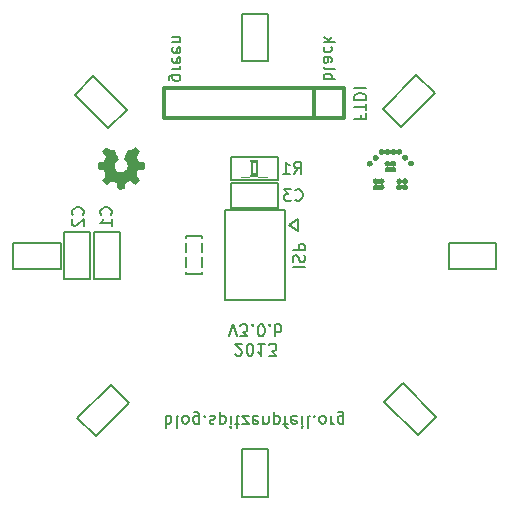
<source format=gbo>
G04 (created by PCBNEW (2013-09-20 BZR 4325)-product) date Sun 22 Sep 2013 12:32:21 PM CEST*
%MOIN*%
G04 Gerber Fmt 3.4, Leading zero omitted, Abs format*
%FSLAX34Y34*%
G01*
G70*
G90*
G04 APERTURE LIST*
%ADD10C,0.005906*%
%ADD11C,0.007874*%
%ADD12C,0.008000*%
%ADD13C,0.012000*%
%ADD14C,0.000100*%
%ADD15C,0.098425*%
%ADD16R,0.060000X0.060000*%
%ADD17C,0.060000*%
%ADD18R,0.051100X0.059000*%
%ADD19R,0.059000X0.051100*%
%ADD20R,0.059055X0.039370*%
%ADD21O,0.059055X0.039370*%
%ADD22R,0.039370X0.059055*%
%ADD23O,0.039370X0.059055*%
%ADD24R,0.078700X0.015700*%
G04 APERTURE END LIST*
G54D10*
G54D11*
X30252Y-21851D02*
X29933Y-21851D01*
X29896Y-21869D01*
X29877Y-21888D01*
X29858Y-21926D01*
X29858Y-21982D01*
X29877Y-22019D01*
X30008Y-21851D02*
X29990Y-21888D01*
X29990Y-21963D01*
X30008Y-22001D01*
X30027Y-22019D01*
X30064Y-22038D01*
X30177Y-22038D01*
X30214Y-22019D01*
X30233Y-22001D01*
X30252Y-21963D01*
X30252Y-21888D01*
X30233Y-21851D01*
X29990Y-21663D02*
X30252Y-21663D01*
X30177Y-21663D02*
X30214Y-21644D01*
X30233Y-21626D01*
X30252Y-21588D01*
X30252Y-21551D01*
X30008Y-21269D02*
X29990Y-21307D01*
X29990Y-21382D01*
X30008Y-21419D01*
X30046Y-21438D01*
X30196Y-21438D01*
X30233Y-21419D01*
X30252Y-21382D01*
X30252Y-21307D01*
X30233Y-21269D01*
X30196Y-21251D01*
X30158Y-21251D01*
X30121Y-21438D01*
X30008Y-20932D02*
X29990Y-20969D01*
X29990Y-21044D01*
X30008Y-21082D01*
X30046Y-21101D01*
X30196Y-21101D01*
X30233Y-21082D01*
X30252Y-21044D01*
X30252Y-20969D01*
X30233Y-20932D01*
X30196Y-20913D01*
X30158Y-20913D01*
X30121Y-21101D01*
X30252Y-20744D02*
X29990Y-20744D01*
X30214Y-20744D02*
X30233Y-20726D01*
X30252Y-20688D01*
X30252Y-20632D01*
X30233Y-20594D01*
X30196Y-20576D01*
X29990Y-20576D01*
X35029Y-21991D02*
X35423Y-21991D01*
X35273Y-21991D02*
X35291Y-21954D01*
X35291Y-21879D01*
X35273Y-21841D01*
X35254Y-21822D01*
X35216Y-21804D01*
X35104Y-21804D01*
X35066Y-21822D01*
X35048Y-21841D01*
X35029Y-21879D01*
X35029Y-21954D01*
X35048Y-21991D01*
X35029Y-21579D02*
X35048Y-21616D01*
X35085Y-21635D01*
X35423Y-21635D01*
X35029Y-21260D02*
X35235Y-21260D01*
X35273Y-21279D01*
X35291Y-21316D01*
X35291Y-21391D01*
X35273Y-21429D01*
X35048Y-21260D02*
X35029Y-21298D01*
X35029Y-21391D01*
X35048Y-21429D01*
X35085Y-21448D01*
X35123Y-21448D01*
X35160Y-21429D01*
X35179Y-21391D01*
X35179Y-21298D01*
X35198Y-21260D01*
X35048Y-20904D02*
X35029Y-20941D01*
X35029Y-21016D01*
X35048Y-21054D01*
X35066Y-21073D01*
X35104Y-21091D01*
X35216Y-21091D01*
X35254Y-21073D01*
X35273Y-21054D01*
X35291Y-21016D01*
X35291Y-20941D01*
X35273Y-20904D01*
X35029Y-20735D02*
X35423Y-20735D01*
X35179Y-20698D02*
X35029Y-20585D01*
X35291Y-20585D02*
X35141Y-20735D01*
X34005Y-28257D02*
X34399Y-28257D01*
X34024Y-28088D02*
X34005Y-28032D01*
X34005Y-27938D01*
X34024Y-27900D01*
X34043Y-27882D01*
X34080Y-27863D01*
X34118Y-27863D01*
X34155Y-27882D01*
X34174Y-27900D01*
X34193Y-27938D01*
X34211Y-28013D01*
X34230Y-28050D01*
X34249Y-28069D01*
X34286Y-28088D01*
X34324Y-28088D01*
X34361Y-28069D01*
X34380Y-28050D01*
X34399Y-28013D01*
X34399Y-27919D01*
X34380Y-27863D01*
X34005Y-27694D02*
X34399Y-27694D01*
X34399Y-27544D01*
X34380Y-27507D01*
X34361Y-27488D01*
X34324Y-27469D01*
X34268Y-27469D01*
X34230Y-27488D01*
X34211Y-27507D01*
X34193Y-27544D01*
X34193Y-27694D01*
X36259Y-23178D02*
X36259Y-23309D01*
X36052Y-23309D02*
X36446Y-23309D01*
X36446Y-23122D01*
X36446Y-23028D02*
X36446Y-22803D01*
X36052Y-22915D02*
X36446Y-22915D01*
X36052Y-22672D02*
X36446Y-22672D01*
X36446Y-22578D01*
X36427Y-22522D01*
X36390Y-22484D01*
X36352Y-22466D01*
X36277Y-22447D01*
X36221Y-22447D01*
X36146Y-22466D01*
X36109Y-22484D01*
X36071Y-22522D01*
X36052Y-22578D01*
X36052Y-22672D01*
X36052Y-22278D02*
X36446Y-22278D01*
X34183Y-27046D02*
X33868Y-26849D01*
X34183Y-26652D02*
X34183Y-27046D01*
X33868Y-26849D02*
X34183Y-26652D01*
G54D12*
X29765Y-33203D02*
X29765Y-33603D01*
X29765Y-33451D02*
X29803Y-33470D01*
X29879Y-33470D01*
X29917Y-33451D01*
X29936Y-33432D01*
X29955Y-33394D01*
X29955Y-33279D01*
X29936Y-33241D01*
X29917Y-33222D01*
X29879Y-33203D01*
X29803Y-33203D01*
X29765Y-33222D01*
X30184Y-33203D02*
X30146Y-33222D01*
X30127Y-33260D01*
X30127Y-33603D01*
X30393Y-33203D02*
X30355Y-33222D01*
X30336Y-33241D01*
X30317Y-33279D01*
X30317Y-33394D01*
X30336Y-33432D01*
X30355Y-33451D01*
X30393Y-33470D01*
X30450Y-33470D01*
X30489Y-33451D01*
X30508Y-33432D01*
X30527Y-33394D01*
X30527Y-33279D01*
X30508Y-33241D01*
X30489Y-33222D01*
X30450Y-33203D01*
X30393Y-33203D01*
X30870Y-33470D02*
X30870Y-33146D01*
X30850Y-33108D01*
X30831Y-33089D01*
X30793Y-33070D01*
X30736Y-33070D01*
X30698Y-33089D01*
X30870Y-33222D02*
X30831Y-33203D01*
X30755Y-33203D01*
X30717Y-33222D01*
X30698Y-33241D01*
X30679Y-33279D01*
X30679Y-33394D01*
X30698Y-33432D01*
X30717Y-33451D01*
X30755Y-33470D01*
X30831Y-33470D01*
X30870Y-33451D01*
X31060Y-33241D02*
X31079Y-33222D01*
X31060Y-33203D01*
X31041Y-33222D01*
X31060Y-33241D01*
X31060Y-33203D01*
X31231Y-33222D02*
X31270Y-33203D01*
X31346Y-33203D01*
X31384Y-33222D01*
X31403Y-33260D01*
X31403Y-33279D01*
X31384Y-33317D01*
X31346Y-33337D01*
X31289Y-33337D01*
X31250Y-33356D01*
X31231Y-33394D01*
X31231Y-33413D01*
X31250Y-33451D01*
X31289Y-33470D01*
X31346Y-33470D01*
X31384Y-33451D01*
X31574Y-33470D02*
X31574Y-33070D01*
X31574Y-33451D02*
X31612Y-33470D01*
X31689Y-33470D01*
X31727Y-33451D01*
X31746Y-33432D01*
X31765Y-33394D01*
X31765Y-33279D01*
X31746Y-33241D01*
X31727Y-33222D01*
X31689Y-33203D01*
X31612Y-33203D01*
X31574Y-33222D01*
X31936Y-33203D02*
X31936Y-33470D01*
X31936Y-33603D02*
X31917Y-33584D01*
X31936Y-33565D01*
X31955Y-33584D01*
X31936Y-33603D01*
X31936Y-33565D01*
X32070Y-33470D02*
X32222Y-33470D01*
X32127Y-33603D02*
X32127Y-33260D01*
X32146Y-33222D01*
X32184Y-33203D01*
X32222Y-33203D01*
X32317Y-33470D02*
X32527Y-33470D01*
X32317Y-33203D01*
X32527Y-33203D01*
X32831Y-33222D02*
X32793Y-33203D01*
X32717Y-33203D01*
X32679Y-33222D01*
X32660Y-33260D01*
X32660Y-33413D01*
X32679Y-33451D01*
X32717Y-33470D01*
X32793Y-33470D01*
X32831Y-33451D01*
X32850Y-33413D01*
X32850Y-33375D01*
X32660Y-33337D01*
X33022Y-33470D02*
X33022Y-33203D01*
X33022Y-33432D02*
X33041Y-33451D01*
X33079Y-33470D01*
X33136Y-33470D01*
X33174Y-33451D01*
X33193Y-33413D01*
X33193Y-33203D01*
X33384Y-33470D02*
X33384Y-33070D01*
X33384Y-33451D02*
X33422Y-33470D01*
X33498Y-33470D01*
X33536Y-33451D01*
X33555Y-33432D01*
X33574Y-33394D01*
X33574Y-33279D01*
X33555Y-33241D01*
X33536Y-33222D01*
X33498Y-33203D01*
X33422Y-33203D01*
X33384Y-33222D01*
X33689Y-33470D02*
X33841Y-33470D01*
X33746Y-33203D02*
X33746Y-33546D01*
X33765Y-33584D01*
X33803Y-33603D01*
X33841Y-33603D01*
X34127Y-33222D02*
X34089Y-33203D01*
X34012Y-33203D01*
X33974Y-33222D01*
X33955Y-33260D01*
X33955Y-33413D01*
X33974Y-33451D01*
X34012Y-33470D01*
X34089Y-33470D01*
X34127Y-33451D01*
X34146Y-33413D01*
X34146Y-33375D01*
X33955Y-33337D01*
X34317Y-33203D02*
X34317Y-33470D01*
X34317Y-33603D02*
X34298Y-33584D01*
X34317Y-33565D01*
X34336Y-33584D01*
X34317Y-33603D01*
X34317Y-33565D01*
X34565Y-33203D02*
X34527Y-33222D01*
X34508Y-33260D01*
X34508Y-33603D01*
X34717Y-33241D02*
X34736Y-33222D01*
X34717Y-33203D01*
X34698Y-33222D01*
X34717Y-33241D01*
X34717Y-33203D01*
X34965Y-33203D02*
X34927Y-33222D01*
X34908Y-33241D01*
X34889Y-33279D01*
X34889Y-33394D01*
X34908Y-33432D01*
X34927Y-33451D01*
X34965Y-33470D01*
X35022Y-33470D01*
X35060Y-33451D01*
X35079Y-33432D01*
X35098Y-33394D01*
X35098Y-33279D01*
X35079Y-33241D01*
X35060Y-33222D01*
X35022Y-33203D01*
X34965Y-33203D01*
X35270Y-33203D02*
X35270Y-33470D01*
X35270Y-33394D02*
X35289Y-33432D01*
X35308Y-33451D01*
X35346Y-33470D01*
X35384Y-33470D01*
X35689Y-33470D02*
X35689Y-33146D01*
X35670Y-33108D01*
X35650Y-33089D01*
X35612Y-33070D01*
X35555Y-33070D01*
X35517Y-33089D01*
X35689Y-33222D02*
X35650Y-33203D01*
X35574Y-33203D01*
X35536Y-33222D01*
X35517Y-33241D01*
X35498Y-33279D01*
X35498Y-33394D01*
X35517Y-33432D01*
X35536Y-33451D01*
X35574Y-33470D01*
X35650Y-33470D01*
X35689Y-33451D01*
X32080Y-31164D02*
X32099Y-31183D01*
X32137Y-31202D01*
X32233Y-31202D01*
X32271Y-31183D01*
X32290Y-31164D01*
X32309Y-31125D01*
X32309Y-31087D01*
X32290Y-31030D01*
X32061Y-30802D01*
X32309Y-30802D01*
X32557Y-31202D02*
X32595Y-31202D01*
X32633Y-31183D01*
X32652Y-31164D01*
X32671Y-31125D01*
X32690Y-31049D01*
X32690Y-30954D01*
X32671Y-30878D01*
X32652Y-30840D01*
X32633Y-30821D01*
X32595Y-30802D01*
X32557Y-30802D01*
X32518Y-30821D01*
X32499Y-30840D01*
X32480Y-30878D01*
X32461Y-30954D01*
X32461Y-31049D01*
X32480Y-31125D01*
X32499Y-31164D01*
X32518Y-31183D01*
X32557Y-31202D01*
X33071Y-30802D02*
X32842Y-30802D01*
X32957Y-30802D02*
X32957Y-31202D01*
X32918Y-31144D01*
X32880Y-31106D01*
X32842Y-31087D01*
X33204Y-31202D02*
X33452Y-31202D01*
X33318Y-31049D01*
X33376Y-31049D01*
X33414Y-31030D01*
X33433Y-31011D01*
X33452Y-30973D01*
X33452Y-30878D01*
X33433Y-30840D01*
X33414Y-30821D01*
X33376Y-30802D01*
X33261Y-30802D01*
X33223Y-30821D01*
X33204Y-30840D01*
X31880Y-30562D02*
X32014Y-30162D01*
X32147Y-30562D01*
X32242Y-30562D02*
X32490Y-30562D01*
X32357Y-30409D01*
X32414Y-30409D01*
X32452Y-30390D01*
X32471Y-30371D01*
X32490Y-30333D01*
X32490Y-30238D01*
X32471Y-30200D01*
X32452Y-30181D01*
X32414Y-30162D01*
X32299Y-30162D01*
X32261Y-30181D01*
X32242Y-30200D01*
X32661Y-30200D02*
X32680Y-30181D01*
X32661Y-30162D01*
X32642Y-30181D01*
X32661Y-30200D01*
X32661Y-30162D01*
X32928Y-30562D02*
X32966Y-30562D01*
X33004Y-30543D01*
X33023Y-30524D01*
X33042Y-30485D01*
X33061Y-30409D01*
X33061Y-30314D01*
X33042Y-30238D01*
X33023Y-30200D01*
X33004Y-30181D01*
X32966Y-30162D01*
X32928Y-30162D01*
X32890Y-30181D01*
X32871Y-30200D01*
X32852Y-30238D01*
X32833Y-30314D01*
X32833Y-30409D01*
X32852Y-30485D01*
X32871Y-30524D01*
X32890Y-30543D01*
X32928Y-30562D01*
X33233Y-30200D02*
X33252Y-30181D01*
X33233Y-30162D01*
X33214Y-30181D01*
X33233Y-30200D01*
X33233Y-30162D01*
X33423Y-30162D02*
X33423Y-30562D01*
X33423Y-30409D02*
X33461Y-30428D01*
X33537Y-30428D01*
X33576Y-30409D01*
X33595Y-30390D01*
X33614Y-30352D01*
X33614Y-30238D01*
X33595Y-30200D01*
X33576Y-30181D01*
X33537Y-30162D01*
X33461Y-30162D01*
X33423Y-30181D01*
X33750Y-29350D02*
X33750Y-26350D01*
X31750Y-26350D02*
X31750Y-29350D01*
X31750Y-29350D02*
X33750Y-29350D01*
X33750Y-26350D02*
X31750Y-26350D01*
G54D13*
X35716Y-23295D02*
X35716Y-22295D01*
X35716Y-22295D02*
X29716Y-22295D01*
X29716Y-22295D02*
X29716Y-23295D01*
X29716Y-23295D02*
X35716Y-23295D01*
X34716Y-23295D02*
X34716Y-22295D01*
G54D11*
X26259Y-28307D02*
X24685Y-28307D01*
X26259Y-28307D02*
X26259Y-27440D01*
X26259Y-27440D02*
X24685Y-27440D01*
X24685Y-27440D02*
X24685Y-28307D01*
X28540Y-32780D02*
X27426Y-33894D01*
X28540Y-32780D02*
X27927Y-32168D01*
X27927Y-32168D02*
X26814Y-33282D01*
X26814Y-33282D02*
X27426Y-33894D01*
X37662Y-32129D02*
X38776Y-33242D01*
X37662Y-32129D02*
X37050Y-32741D01*
X37050Y-32741D02*
X38163Y-33855D01*
X38163Y-33855D02*
X38776Y-33242D01*
X27362Y-28661D02*
X27362Y-27086D01*
X27362Y-28661D02*
X28228Y-28661D01*
X28228Y-28661D02*
X28228Y-27086D01*
X28228Y-27086D02*
X27362Y-27086D01*
X26377Y-28661D02*
X26377Y-27086D01*
X26377Y-28661D02*
X27244Y-28661D01*
X27244Y-28661D02*
X27244Y-27086D01*
X27244Y-27086D02*
X26377Y-27086D01*
X33503Y-26299D02*
X31929Y-26299D01*
X33503Y-26299D02*
X33503Y-25433D01*
X33503Y-25433D02*
X31929Y-25433D01*
X31929Y-25433D02*
X31929Y-26299D01*
X33188Y-34330D02*
X33188Y-35905D01*
X33188Y-34330D02*
X32322Y-34330D01*
X32322Y-34330D02*
X32322Y-35905D01*
X32322Y-35905D02*
X33188Y-35905D01*
X39212Y-27440D02*
X40787Y-27440D01*
X39212Y-27440D02*
X39212Y-28307D01*
X39212Y-28307D02*
X40787Y-28307D01*
X40787Y-28307D02*
X40787Y-27440D01*
X37011Y-22967D02*
X38124Y-21853D01*
X37011Y-22967D02*
X37623Y-23579D01*
X37623Y-23579D02*
X38737Y-22465D01*
X38737Y-22465D02*
X38124Y-21853D01*
X32322Y-21377D02*
X32322Y-19803D01*
X32322Y-21377D02*
X33188Y-21377D01*
X33188Y-21377D02*
X33188Y-19803D01*
X33188Y-19803D02*
X32322Y-19803D01*
X27848Y-23618D02*
X26735Y-22505D01*
X27848Y-23618D02*
X28461Y-23006D01*
X28461Y-23006D02*
X27347Y-21892D01*
X27347Y-21892D02*
X26735Y-22505D01*
X32876Y-24685D02*
X33131Y-24685D01*
X33131Y-24685D02*
X33131Y-25236D01*
X32876Y-25236D02*
X33131Y-25236D01*
X32876Y-24685D02*
X32876Y-25236D01*
X32296Y-24685D02*
X32552Y-24685D01*
X32552Y-24685D02*
X32552Y-25236D01*
X32296Y-25236D02*
X32552Y-25236D01*
X32296Y-24685D02*
X32296Y-25236D01*
X32638Y-24764D02*
X32794Y-24764D01*
X32794Y-24764D02*
X32794Y-25156D01*
X32638Y-25156D02*
X32794Y-25156D01*
X32638Y-24764D02*
X32638Y-25156D01*
X32555Y-25210D02*
X32877Y-25210D01*
X32555Y-24710D02*
X32877Y-24710D01*
X31940Y-25347D02*
X33492Y-25347D01*
X33492Y-25347D02*
X33492Y-24573D01*
X33492Y-24573D02*
X31940Y-24573D01*
X31940Y-24573D02*
X31940Y-25347D01*
G54D14*
G36*
X28755Y-24252D02*
X28747Y-24256D01*
X28728Y-24268D01*
X28702Y-24285D01*
X28671Y-24306D01*
X28640Y-24327D01*
X28614Y-24344D01*
X28596Y-24356D01*
X28589Y-24360D01*
X28585Y-24359D01*
X28570Y-24351D01*
X28548Y-24340D01*
X28536Y-24334D01*
X28516Y-24325D01*
X28506Y-24323D01*
X28505Y-24326D01*
X28497Y-24341D01*
X28486Y-24367D01*
X28471Y-24401D01*
X28454Y-24441D01*
X28436Y-24484D01*
X28418Y-24528D01*
X28400Y-24570D01*
X28385Y-24608D01*
X28372Y-24638D01*
X28364Y-24660D01*
X28361Y-24669D01*
X28362Y-24671D01*
X28372Y-24680D01*
X28389Y-24693D01*
X28427Y-24724D01*
X28463Y-24770D01*
X28486Y-24822D01*
X28493Y-24880D01*
X28487Y-24933D01*
X28466Y-24984D01*
X28430Y-25031D01*
X28386Y-25065D01*
X28335Y-25087D01*
X28278Y-25094D01*
X28223Y-25088D01*
X28171Y-25067D01*
X28124Y-25032D01*
X28105Y-25009D01*
X28078Y-24962D01*
X28062Y-24912D01*
X28061Y-24900D01*
X28063Y-24844D01*
X28079Y-24791D01*
X28108Y-24744D01*
X28149Y-24705D01*
X28154Y-24701D01*
X28173Y-24687D01*
X28185Y-24678D01*
X28195Y-24670D01*
X28125Y-24500D01*
X28114Y-24473D01*
X28094Y-24427D01*
X28077Y-24387D01*
X28064Y-24355D01*
X28054Y-24334D01*
X28050Y-24325D01*
X28050Y-24325D01*
X28044Y-24324D01*
X28031Y-24329D01*
X28007Y-24340D01*
X27991Y-24348D01*
X27973Y-24357D01*
X27965Y-24360D01*
X27958Y-24356D01*
X27941Y-24345D01*
X27916Y-24328D01*
X27886Y-24308D01*
X27857Y-24288D01*
X27830Y-24270D01*
X27811Y-24258D01*
X27801Y-24253D01*
X27800Y-24253D01*
X27792Y-24258D01*
X27776Y-24270D01*
X27753Y-24292D01*
X27721Y-24324D01*
X27716Y-24329D01*
X27689Y-24357D01*
X27667Y-24380D01*
X27652Y-24396D01*
X27647Y-24403D01*
X27647Y-24403D01*
X27652Y-24413D01*
X27664Y-24432D01*
X27682Y-24459D01*
X27703Y-24490D01*
X27759Y-24572D01*
X27728Y-24649D01*
X27719Y-24672D01*
X27707Y-24701D01*
X27698Y-24721D01*
X27693Y-24730D01*
X27685Y-24733D01*
X27664Y-24738D01*
X27633Y-24745D01*
X27597Y-24751D01*
X27562Y-24758D01*
X27531Y-24764D01*
X27508Y-24768D01*
X27498Y-24770D01*
X27496Y-24772D01*
X27494Y-24777D01*
X27492Y-24787D01*
X27492Y-24806D01*
X27491Y-24836D01*
X27491Y-24880D01*
X27491Y-24884D01*
X27492Y-24926D01*
X27492Y-24959D01*
X27493Y-24980D01*
X27495Y-24988D01*
X27495Y-24988D01*
X27505Y-24991D01*
X27527Y-24995D01*
X27558Y-25002D01*
X27596Y-25009D01*
X27598Y-25009D01*
X27635Y-25016D01*
X27666Y-25023D01*
X27688Y-25028D01*
X27697Y-25031D01*
X27699Y-25033D01*
X27707Y-25048D01*
X27718Y-25071D01*
X27730Y-25099D01*
X27742Y-25128D01*
X27753Y-25155D01*
X27760Y-25174D01*
X27762Y-25183D01*
X27762Y-25183D01*
X27756Y-25192D01*
X27743Y-25212D01*
X27725Y-25238D01*
X27703Y-25270D01*
X27702Y-25273D01*
X27680Y-25304D01*
X27663Y-25331D01*
X27651Y-25350D01*
X27647Y-25358D01*
X27647Y-25359D01*
X27654Y-25368D01*
X27670Y-25386D01*
X27693Y-25410D01*
X27721Y-25438D01*
X27730Y-25446D01*
X27760Y-25476D01*
X27781Y-25496D01*
X27795Y-25506D01*
X27801Y-25509D01*
X27801Y-25508D01*
X27811Y-25503D01*
X27831Y-25490D01*
X27858Y-25471D01*
X27890Y-25450D01*
X27892Y-25448D01*
X27923Y-25427D01*
X27949Y-25409D01*
X27968Y-25397D01*
X27976Y-25392D01*
X27978Y-25392D01*
X27990Y-25396D01*
X28013Y-25403D01*
X28040Y-25414D01*
X28069Y-25426D01*
X28096Y-25437D01*
X28116Y-25446D01*
X28125Y-25451D01*
X28125Y-25452D01*
X28129Y-25463D01*
X28134Y-25487D01*
X28141Y-25519D01*
X28148Y-25558D01*
X28149Y-25564D01*
X28156Y-25601D01*
X28162Y-25632D01*
X28167Y-25654D01*
X28169Y-25663D01*
X28174Y-25664D01*
X28193Y-25665D01*
X28221Y-25666D01*
X28255Y-25666D01*
X28290Y-25666D01*
X28324Y-25665D01*
X28354Y-25664D01*
X28375Y-25663D01*
X28384Y-25661D01*
X28385Y-25660D01*
X28388Y-25649D01*
X28393Y-25625D01*
X28400Y-25593D01*
X28407Y-25554D01*
X28408Y-25547D01*
X28415Y-25510D01*
X28422Y-25479D01*
X28426Y-25458D01*
X28429Y-25450D01*
X28432Y-25448D01*
X28447Y-25441D01*
X28472Y-25431D01*
X28504Y-25418D01*
X28576Y-25389D01*
X28664Y-25450D01*
X28672Y-25455D01*
X28704Y-25477D01*
X28730Y-25494D01*
X28748Y-25506D01*
X28756Y-25510D01*
X28756Y-25510D01*
X28765Y-25502D01*
X28783Y-25486D01*
X28807Y-25462D01*
X28834Y-25435D01*
X28855Y-25414D01*
X28879Y-25389D01*
X28895Y-25373D01*
X28903Y-25362D01*
X28906Y-25355D01*
X28905Y-25351D01*
X28900Y-25342D01*
X28887Y-25323D01*
X28869Y-25296D01*
X28847Y-25265D01*
X28829Y-25238D01*
X28810Y-25209D01*
X28798Y-25188D01*
X28793Y-25177D01*
X28794Y-25173D01*
X28801Y-25156D01*
X28811Y-25129D01*
X28824Y-25098D01*
X28855Y-25028D01*
X28901Y-25020D01*
X28929Y-25014D01*
X28968Y-25007D01*
X29005Y-25000D01*
X29063Y-24988D01*
X29065Y-24776D01*
X29056Y-24772D01*
X29047Y-24769D01*
X29026Y-24765D01*
X28995Y-24759D01*
X28959Y-24752D01*
X28928Y-24746D01*
X28897Y-24740D01*
X28875Y-24736D01*
X28865Y-24734D01*
X28862Y-24730D01*
X28854Y-24715D01*
X28843Y-24691D01*
X28831Y-24662D01*
X28819Y-24633D01*
X28808Y-24605D01*
X28800Y-24584D01*
X28797Y-24573D01*
X28801Y-24565D01*
X28813Y-24547D01*
X28830Y-24521D01*
X28851Y-24490D01*
X28873Y-24459D01*
X28890Y-24432D01*
X28903Y-24413D01*
X28908Y-24405D01*
X28905Y-24399D01*
X28893Y-24384D01*
X28870Y-24360D01*
X28835Y-24325D01*
X28829Y-24320D01*
X28802Y-24293D01*
X28778Y-24272D01*
X28762Y-24257D01*
X28755Y-24252D01*
X28755Y-24252D01*
G37*
G36*
X36957Y-24310D02*
X36937Y-24312D01*
X36919Y-24318D01*
X36911Y-24322D01*
X36894Y-24334D01*
X36881Y-24348D01*
X36871Y-24365D01*
X36864Y-24383D01*
X36861Y-24402D01*
X36862Y-24422D01*
X36866Y-24441D01*
X36875Y-24459D01*
X36881Y-24467D01*
X36889Y-24476D01*
X36898Y-24485D01*
X36906Y-24491D01*
X36909Y-24493D01*
X36926Y-24501D01*
X36944Y-24505D01*
X36963Y-24506D01*
X36970Y-24505D01*
X36981Y-24504D01*
X36990Y-24501D01*
X37001Y-24497D01*
X37012Y-24491D01*
X37028Y-24478D01*
X37041Y-24462D01*
X37051Y-24444D01*
X37054Y-24436D01*
X37056Y-24426D01*
X37057Y-24419D01*
X37057Y-24418D01*
X37058Y-24417D01*
X37058Y-24421D01*
X37058Y-24422D01*
X37061Y-24435D01*
X37066Y-24448D01*
X37072Y-24459D01*
X37083Y-24474D01*
X37098Y-24487D01*
X37115Y-24498D01*
X37135Y-24504D01*
X37155Y-24506D01*
X37161Y-24506D01*
X37176Y-24504D01*
X37191Y-24500D01*
X37194Y-24499D01*
X37211Y-24490D01*
X37226Y-24477D01*
X37238Y-24462D01*
X37247Y-24446D01*
X37252Y-24428D01*
X37253Y-24428D01*
X37254Y-24423D01*
X37254Y-24421D01*
X37254Y-24421D01*
X37254Y-24423D01*
X37256Y-24428D01*
X37256Y-24430D01*
X37262Y-24447D01*
X37271Y-24464D01*
X37284Y-24479D01*
X37296Y-24489D01*
X37313Y-24498D01*
X37332Y-24504D01*
X37353Y-24506D01*
X37367Y-24505D01*
X37387Y-24500D01*
X37405Y-24491D01*
X37421Y-24479D01*
X37433Y-24463D01*
X37435Y-24461D01*
X37439Y-24453D01*
X37442Y-24447D01*
X37444Y-24443D01*
X37447Y-24434D01*
X37449Y-24425D01*
X37450Y-24419D01*
X37450Y-24418D01*
X37450Y-24418D01*
X37451Y-24422D01*
X37453Y-24433D01*
X37458Y-24446D01*
X37464Y-24458D01*
X37476Y-24474D01*
X37491Y-24487D01*
X37508Y-24498D01*
X37528Y-24504D01*
X37548Y-24506D01*
X37567Y-24505D01*
X37586Y-24499D01*
X37603Y-24490D01*
X37619Y-24476D01*
X37627Y-24468D01*
X37634Y-24457D01*
X37640Y-24444D01*
X37644Y-24434D01*
X37647Y-24414D01*
X37646Y-24395D01*
X37642Y-24377D01*
X37635Y-24359D01*
X37624Y-24344D01*
X37610Y-24331D01*
X37594Y-24320D01*
X37576Y-24313D01*
X37556Y-24310D01*
X37555Y-24310D01*
X37534Y-24310D01*
X37516Y-24315D01*
X37498Y-24324D01*
X37491Y-24328D01*
X37478Y-24340D01*
X37467Y-24353D01*
X37458Y-24368D01*
X37456Y-24374D01*
X37454Y-24382D01*
X37452Y-24391D01*
X37451Y-24397D01*
X37451Y-24401D01*
X37450Y-24397D01*
X37450Y-24394D01*
X37448Y-24385D01*
X37445Y-24375D01*
X37442Y-24367D01*
X37437Y-24358D01*
X37425Y-24342D01*
X37410Y-24329D01*
X37393Y-24318D01*
X37373Y-24312D01*
X37370Y-24311D01*
X37356Y-24310D01*
X37342Y-24310D01*
X37329Y-24312D01*
X37316Y-24316D01*
X37298Y-24326D01*
X37281Y-24339D01*
X37280Y-24340D01*
X37269Y-24354D01*
X37261Y-24371D01*
X37256Y-24388D01*
X37255Y-24388D01*
X37254Y-24393D01*
X37254Y-24395D01*
X37254Y-24394D01*
X37253Y-24389D01*
X37253Y-24388D01*
X37250Y-24378D01*
X37245Y-24367D01*
X37240Y-24356D01*
X37231Y-24344D01*
X37216Y-24330D01*
X37199Y-24319D01*
X37179Y-24312D01*
X37176Y-24311D01*
X37163Y-24310D01*
X37148Y-24310D01*
X37136Y-24311D01*
X37125Y-24315D01*
X37106Y-24323D01*
X37090Y-24335D01*
X37076Y-24350D01*
X37066Y-24367D01*
X37064Y-24373D01*
X37061Y-24382D01*
X37059Y-24391D01*
X37058Y-24397D01*
X37058Y-24398D01*
X37058Y-24398D01*
X37057Y-24394D01*
X37057Y-24394D01*
X37054Y-24381D01*
X37049Y-24368D01*
X37043Y-24357D01*
X37041Y-24353D01*
X37028Y-24338D01*
X37012Y-24325D01*
X36995Y-24316D01*
X36977Y-24311D01*
X36957Y-24310D01*
X36957Y-24310D01*
G37*
G36*
X37752Y-24506D02*
X37740Y-24507D01*
X37729Y-24508D01*
X37715Y-24511D01*
X37697Y-24519D01*
X37681Y-24531D01*
X37667Y-24546D01*
X37657Y-24563D01*
X37650Y-24581D01*
X37647Y-24601D01*
X37649Y-24621D01*
X37654Y-24640D01*
X37663Y-24658D01*
X37675Y-24673D01*
X37691Y-24687D01*
X37696Y-24690D01*
X37715Y-24698D01*
X37735Y-24703D01*
X37755Y-24703D01*
X37775Y-24699D01*
X37791Y-24692D01*
X37808Y-24681D01*
X37823Y-24666D01*
X37834Y-24649D01*
X37841Y-24629D01*
X37843Y-24619D01*
X37844Y-24606D01*
X37844Y-24594D01*
X37842Y-24583D01*
X37841Y-24579D01*
X37833Y-24559D01*
X37822Y-24542D01*
X37807Y-24528D01*
X37789Y-24516D01*
X37780Y-24513D01*
X37769Y-24509D01*
X37759Y-24507D01*
X37752Y-24506D01*
X37752Y-24506D01*
G37*
G36*
X36760Y-24506D02*
X36740Y-24509D01*
X36720Y-24516D01*
X36702Y-24527D01*
X36698Y-24530D01*
X36685Y-24544D01*
X36674Y-24561D01*
X36667Y-24581D01*
X36665Y-24591D01*
X36664Y-24603D01*
X36664Y-24616D01*
X36666Y-24626D01*
X36667Y-24631D01*
X36675Y-24651D01*
X36686Y-24667D01*
X36701Y-24682D01*
X36718Y-24692D01*
X36736Y-24700D01*
X36757Y-24703D01*
X36764Y-24703D01*
X36784Y-24701D01*
X36803Y-24695D01*
X36819Y-24685D01*
X36834Y-24672D01*
X36846Y-24657D01*
X36854Y-24640D01*
X36859Y-24621D01*
X36860Y-24600D01*
X36859Y-24588D01*
X36857Y-24578D01*
X36853Y-24566D01*
X36845Y-24551D01*
X36832Y-24536D01*
X36817Y-24523D01*
X36799Y-24513D01*
X36780Y-24508D01*
X36760Y-24506D01*
X36760Y-24506D01*
G37*
G36*
X37948Y-24704D02*
X37934Y-24704D01*
X37922Y-24705D01*
X37908Y-24709D01*
X37890Y-24719D01*
X37873Y-24732D01*
X37863Y-24744D01*
X37853Y-24761D01*
X37846Y-24781D01*
X37845Y-24788D01*
X37844Y-24800D01*
X37845Y-24812D01*
X37846Y-24822D01*
X37848Y-24828D01*
X37855Y-24847D01*
X37867Y-24864D01*
X37881Y-24879D01*
X37899Y-24890D01*
X37906Y-24893D01*
X37918Y-24897D01*
X37931Y-24899D01*
X37946Y-24899D01*
X37955Y-24899D01*
X37966Y-24897D01*
X37976Y-24895D01*
X37986Y-24890D01*
X37993Y-24886D01*
X38009Y-24874D01*
X38023Y-24859D01*
X38033Y-24841D01*
X38039Y-24821D01*
X38040Y-24816D01*
X38041Y-24805D01*
X38041Y-24793D01*
X38039Y-24782D01*
X38038Y-24775D01*
X38030Y-24756D01*
X38019Y-24739D01*
X38004Y-24725D01*
X37987Y-24714D01*
X37967Y-24706D01*
X37961Y-24705D01*
X37948Y-24704D01*
X37948Y-24704D01*
G37*
G36*
X37158Y-24703D02*
X37139Y-24705D01*
X37120Y-24710D01*
X37109Y-24715D01*
X37092Y-24727D01*
X37078Y-24741D01*
X37068Y-24759D01*
X37061Y-24778D01*
X37060Y-24782D01*
X37057Y-24798D01*
X37058Y-24813D01*
X37062Y-24830D01*
X37070Y-24849D01*
X37081Y-24866D01*
X37096Y-24880D01*
X37114Y-24890D01*
X37134Y-24898D01*
X37146Y-24901D01*
X37140Y-24901D01*
X37138Y-24902D01*
X37124Y-24905D01*
X37109Y-24912D01*
X37096Y-24921D01*
X37093Y-24923D01*
X37079Y-24937D01*
X37068Y-24954D01*
X37061Y-24972D01*
X37058Y-24991D01*
X37058Y-25010D01*
X37063Y-25029D01*
X37071Y-25048D01*
X37072Y-25048D01*
X37084Y-25065D01*
X37099Y-25078D01*
X37115Y-25087D01*
X37133Y-25093D01*
X37152Y-25096D01*
X37171Y-25095D01*
X37190Y-25090D01*
X37208Y-25081D01*
X37224Y-25069D01*
X37232Y-25060D01*
X37242Y-25045D01*
X37249Y-25030D01*
X37253Y-25015D01*
X37254Y-25012D01*
X37254Y-25010D01*
X37254Y-25011D01*
X37255Y-25015D01*
X37258Y-25029D01*
X37264Y-25043D01*
X37273Y-25056D01*
X37278Y-25062D01*
X37292Y-25076D01*
X37310Y-25086D01*
X37328Y-25093D01*
X37348Y-25096D01*
X37368Y-25095D01*
X37381Y-25092D01*
X37400Y-25084D01*
X37416Y-25072D01*
X37430Y-25058D01*
X37441Y-25041D01*
X37448Y-25021D01*
X37449Y-25011D01*
X37450Y-24992D01*
X37447Y-24972D01*
X37440Y-24954D01*
X37429Y-24937D01*
X37414Y-24923D01*
X37397Y-24911D01*
X37389Y-24908D01*
X37380Y-24904D01*
X37372Y-24902D01*
X37365Y-24901D01*
X37364Y-24901D01*
X37365Y-24900D01*
X37369Y-24899D01*
X37379Y-24896D01*
X37392Y-24892D01*
X37403Y-24886D01*
X37409Y-24882D01*
X37422Y-24870D01*
X37434Y-24856D01*
X37442Y-24841D01*
X37448Y-24825D01*
X37450Y-24807D01*
X37450Y-24790D01*
X37449Y-24787D01*
X37444Y-24766D01*
X37435Y-24748D01*
X37421Y-24732D01*
X37410Y-24722D01*
X37393Y-24712D01*
X37373Y-24705D01*
X37366Y-24704D01*
X37355Y-24704D01*
X37344Y-24704D01*
X37333Y-24705D01*
X37325Y-24707D01*
X37319Y-24709D01*
X37300Y-24718D01*
X37283Y-24731D01*
X37270Y-24747D01*
X37265Y-24755D01*
X37259Y-24768D01*
X37256Y-24781D01*
X37255Y-24782D01*
X37254Y-24787D01*
X37254Y-24789D01*
X37254Y-24789D01*
X37254Y-24815D01*
X37254Y-24815D01*
X37254Y-24817D01*
X37256Y-24822D01*
X37256Y-24823D01*
X37262Y-24841D01*
X37271Y-24857D01*
X37284Y-24872D01*
X37299Y-24884D01*
X37315Y-24893D01*
X37316Y-24893D01*
X37325Y-24896D01*
X37333Y-24898D01*
X37342Y-24900D01*
X37334Y-24902D01*
X37322Y-24905D01*
X37304Y-24912D01*
X37288Y-24924D01*
X37275Y-24938D01*
X37264Y-24954D01*
X37260Y-24962D01*
X37257Y-24972D01*
X37255Y-24981D01*
X37254Y-24984D01*
X37254Y-24986D01*
X37254Y-24985D01*
X37253Y-24981D01*
X37251Y-24973D01*
X37248Y-24963D01*
X37244Y-24954D01*
X37238Y-24943D01*
X37225Y-24928D01*
X37210Y-24916D01*
X37192Y-24907D01*
X37174Y-24902D01*
X37165Y-24900D01*
X37174Y-24898D01*
X37176Y-24898D01*
X37184Y-24896D01*
X37193Y-24893D01*
X37194Y-24892D01*
X37211Y-24883D01*
X37226Y-24871D01*
X37238Y-24856D01*
X37247Y-24840D01*
X37252Y-24822D01*
X37253Y-24821D01*
X37254Y-24817D01*
X37254Y-24815D01*
X37254Y-24789D01*
X37254Y-24789D01*
X37254Y-24786D01*
X37252Y-24781D01*
X37249Y-24768D01*
X37241Y-24751D01*
X37229Y-24735D01*
X37214Y-24722D01*
X37197Y-24712D01*
X37197Y-24712D01*
X37178Y-24706D01*
X37158Y-24703D01*
X37158Y-24703D01*
G37*
G36*
X36573Y-24704D02*
X36557Y-24704D01*
X36542Y-24706D01*
X36533Y-24709D01*
X36514Y-24717D01*
X36498Y-24730D01*
X36485Y-24744D01*
X36475Y-24762D01*
X36469Y-24781D01*
X36467Y-24802D01*
X36467Y-24810D01*
X36471Y-24830D01*
X36479Y-24849D01*
X36491Y-24867D01*
X36495Y-24870D01*
X36509Y-24882D01*
X36525Y-24891D01*
X36542Y-24897D01*
X36543Y-24898D01*
X36558Y-24900D01*
X36574Y-24900D01*
X36588Y-24898D01*
X36594Y-24896D01*
X36612Y-24888D01*
X36629Y-24877D01*
X36642Y-24863D01*
X36653Y-24847D01*
X36660Y-24829D01*
X36664Y-24810D01*
X36663Y-24790D01*
X36659Y-24770D01*
X36652Y-24755D01*
X36641Y-24739D01*
X36626Y-24724D01*
X36609Y-24714D01*
X36590Y-24706D01*
X36588Y-24706D01*
X36573Y-24704D01*
X36573Y-24704D01*
G37*
G36*
X37546Y-25293D02*
X37526Y-25295D01*
X37507Y-25302D01*
X37498Y-25307D01*
X37490Y-25313D01*
X37480Y-25321D01*
X37470Y-25332D01*
X37460Y-25349D01*
X37453Y-25368D01*
X37452Y-25373D01*
X37451Y-25386D01*
X37451Y-25400D01*
X37452Y-25412D01*
X37458Y-25428D01*
X37467Y-25446D01*
X37479Y-25460D01*
X37481Y-25463D01*
X37490Y-25470D01*
X37500Y-25477D01*
X37510Y-25482D01*
X37514Y-25483D01*
X37522Y-25486D01*
X37530Y-25488D01*
X37536Y-25489D01*
X37539Y-25489D01*
X37535Y-25490D01*
X37531Y-25491D01*
X37524Y-25493D01*
X37517Y-25495D01*
X37502Y-25502D01*
X37488Y-25511D01*
X37476Y-25521D01*
X37474Y-25524D01*
X37463Y-25541D01*
X37455Y-25559D01*
X37451Y-25579D01*
X37451Y-25599D01*
X37451Y-25603D01*
X37457Y-25623D01*
X37466Y-25641D01*
X37480Y-25658D01*
X37492Y-25668D01*
X37509Y-25678D01*
X37528Y-25685D01*
X37532Y-25685D01*
X37545Y-25686D01*
X37559Y-25686D01*
X37571Y-25684D01*
X37583Y-25681D01*
X37601Y-25672D01*
X37616Y-25660D01*
X37629Y-25645D01*
X37639Y-25628D01*
X37645Y-25609D01*
X37646Y-25607D01*
X37647Y-25602D01*
X37648Y-25600D01*
X37648Y-25602D01*
X37649Y-25606D01*
X37651Y-25614D01*
X37654Y-25623D01*
X37657Y-25631D01*
X37660Y-25637D01*
X37672Y-25654D01*
X37687Y-25668D01*
X37705Y-25678D01*
X37724Y-25684D01*
X37745Y-25686D01*
X37761Y-25685D01*
X37780Y-25681D01*
X37797Y-25672D01*
X37807Y-25665D01*
X37822Y-25651D01*
X37833Y-25634D01*
X37840Y-25616D01*
X37844Y-25597D01*
X37844Y-25577D01*
X37839Y-25558D01*
X37831Y-25539D01*
X37819Y-25523D01*
X37804Y-25509D01*
X37787Y-25499D01*
X37767Y-25492D01*
X37755Y-25489D01*
X37762Y-25488D01*
X37766Y-25488D01*
X37782Y-25483D01*
X37797Y-25475D01*
X37812Y-25464D01*
X37823Y-25452D01*
X37830Y-25442D01*
X37837Y-25428D01*
X37841Y-25415D01*
X37843Y-25405D01*
X37844Y-25393D01*
X37844Y-25380D01*
X37842Y-25370D01*
X37839Y-25358D01*
X37829Y-25339D01*
X37817Y-25323D01*
X37801Y-25310D01*
X37783Y-25300D01*
X37762Y-25294D01*
X37757Y-25293D01*
X37745Y-25293D01*
X37732Y-25294D01*
X37721Y-25296D01*
X37713Y-25298D01*
X37695Y-25307D01*
X37678Y-25319D01*
X37665Y-25334D01*
X37655Y-25352D01*
X37649Y-25372D01*
X37649Y-25373D01*
X37648Y-25378D01*
X37647Y-25377D01*
X37647Y-25404D01*
X37648Y-25405D01*
X37649Y-25409D01*
X37649Y-25410D01*
X37652Y-25423D01*
X37659Y-25437D01*
X37667Y-25450D01*
X37673Y-25457D01*
X37688Y-25471D01*
X37706Y-25481D01*
X37726Y-25488D01*
X37735Y-25490D01*
X37729Y-25491D01*
X37723Y-25492D01*
X37716Y-25494D01*
X37712Y-25495D01*
X37694Y-25504D01*
X37679Y-25516D01*
X37665Y-25531D01*
X37656Y-25548D01*
X37649Y-25567D01*
X37648Y-25572D01*
X37647Y-25575D01*
X37646Y-25573D01*
X37645Y-25567D01*
X37645Y-25567D01*
X37642Y-25556D01*
X37637Y-25544D01*
X37631Y-25534D01*
X37626Y-25527D01*
X37617Y-25518D01*
X37607Y-25509D01*
X37598Y-25503D01*
X37597Y-25502D01*
X37582Y-25496D01*
X37566Y-25491D01*
X37559Y-25490D01*
X37567Y-25488D01*
X37584Y-25483D01*
X37602Y-25474D01*
X37618Y-25462D01*
X37630Y-25447D01*
X37633Y-25442D01*
X37638Y-25432D01*
X37642Y-25422D01*
X37645Y-25413D01*
X37646Y-25407D01*
X37646Y-25407D01*
X37647Y-25404D01*
X37647Y-25377D01*
X37647Y-25377D01*
X37646Y-25373D01*
X37644Y-25367D01*
X37643Y-25361D01*
X37639Y-25351D01*
X37629Y-25334D01*
X37616Y-25319D01*
X37601Y-25308D01*
X37583Y-25299D01*
X37565Y-25294D01*
X37546Y-25293D01*
X37546Y-25293D01*
G37*
G36*
X36954Y-25293D02*
X36935Y-25296D01*
X36916Y-25303D01*
X36900Y-25313D01*
X36885Y-25326D01*
X36874Y-25342D01*
X36865Y-25361D01*
X36864Y-25367D01*
X36862Y-25373D01*
X36862Y-25374D01*
X36861Y-25378D01*
X36861Y-25378D01*
X36861Y-25405D01*
X36862Y-25408D01*
X36864Y-25415D01*
X36867Y-25426D01*
X36876Y-25444D01*
X36888Y-25459D01*
X36903Y-25472D01*
X36920Y-25482D01*
X36939Y-25488D01*
X36949Y-25490D01*
X36942Y-25491D01*
X36941Y-25491D01*
X36925Y-25496D01*
X36910Y-25503D01*
X36904Y-25507D01*
X36894Y-25515D01*
X36884Y-25524D01*
X36877Y-25534D01*
X36872Y-25543D01*
X36866Y-25555D01*
X36863Y-25567D01*
X36862Y-25572D01*
X36861Y-25575D01*
X36860Y-25573D01*
X36859Y-25567D01*
X36855Y-25554D01*
X36846Y-25536D01*
X36833Y-25520D01*
X36818Y-25507D01*
X36800Y-25497D01*
X36779Y-25491D01*
X36773Y-25490D01*
X36782Y-25488D01*
X36791Y-25485D01*
X36810Y-25477D01*
X36827Y-25465D01*
X36841Y-25450D01*
X36845Y-25444D01*
X36850Y-25435D01*
X36855Y-25425D01*
X36857Y-25418D01*
X36859Y-25410D01*
X36859Y-25410D01*
X36860Y-25406D01*
X36861Y-25405D01*
X36861Y-25378D01*
X36860Y-25377D01*
X36859Y-25372D01*
X36857Y-25365D01*
X36852Y-25350D01*
X36844Y-25336D01*
X36838Y-25329D01*
X36824Y-25314D01*
X36806Y-25303D01*
X36786Y-25296D01*
X36778Y-25294D01*
X36764Y-25293D01*
X36750Y-25294D01*
X36738Y-25296D01*
X36737Y-25296D01*
X36717Y-25304D01*
X36700Y-25315D01*
X36685Y-25330D01*
X36674Y-25347D01*
X36667Y-25367D01*
X36665Y-25376D01*
X36664Y-25390D01*
X36665Y-25403D01*
X36667Y-25415D01*
X36670Y-25426D01*
X36677Y-25440D01*
X36685Y-25452D01*
X36694Y-25462D01*
X36706Y-25472D01*
X36719Y-25480D01*
X36723Y-25482D01*
X36733Y-25485D01*
X36742Y-25488D01*
X36749Y-25489D01*
X36750Y-25489D01*
X36747Y-25490D01*
X36742Y-25492D01*
X36730Y-25495D01*
X36717Y-25501D01*
X36707Y-25507D01*
X36704Y-25508D01*
X36692Y-25520D01*
X36680Y-25534D01*
X36672Y-25548D01*
X36669Y-25556D01*
X36665Y-25575D01*
X36664Y-25596D01*
X36668Y-25615D01*
X36669Y-25620D01*
X36677Y-25638D01*
X36689Y-25654D01*
X36704Y-25668D01*
X36722Y-25678D01*
X36741Y-25685D01*
X36744Y-25685D01*
X36758Y-25686D01*
X36772Y-25686D01*
X36785Y-25684D01*
X36788Y-25683D01*
X36808Y-25676D01*
X36825Y-25664D01*
X36839Y-25649D01*
X36851Y-25631D01*
X36853Y-25626D01*
X36856Y-25617D01*
X36859Y-25608D01*
X36860Y-25602D01*
X36860Y-25601D01*
X36860Y-25600D01*
X36862Y-25603D01*
X36863Y-25608D01*
X36866Y-25622D01*
X36875Y-25639D01*
X36887Y-25655D01*
X36901Y-25668D01*
X36919Y-25678D01*
X36919Y-25678D01*
X36937Y-25684D01*
X36957Y-25686D01*
X36977Y-25685D01*
X36995Y-25680D01*
X37006Y-25675D01*
X37023Y-25663D01*
X37037Y-25648D01*
X37048Y-25631D01*
X37055Y-25612D01*
X37056Y-25608D01*
X37058Y-25592D01*
X37057Y-25577D01*
X37053Y-25559D01*
X37045Y-25540D01*
X37033Y-25523D01*
X37018Y-25509D01*
X37000Y-25499D01*
X36980Y-25492D01*
X36976Y-25491D01*
X36972Y-25489D01*
X36972Y-25489D01*
X36978Y-25488D01*
X36990Y-25485D01*
X37002Y-25480D01*
X37013Y-25473D01*
X37024Y-25465D01*
X37038Y-25450D01*
X37049Y-25432D01*
X37050Y-25429D01*
X37056Y-25410D01*
X37058Y-25390D01*
X37055Y-25369D01*
X37049Y-25350D01*
X37044Y-25341D01*
X37038Y-25332D01*
X37030Y-25323D01*
X37029Y-25322D01*
X37013Y-25309D01*
X36996Y-25300D01*
X36976Y-25294D01*
X36974Y-25294D01*
X36954Y-25293D01*
X36954Y-25293D01*
G37*
G54D11*
X30979Y-28491D02*
X30979Y-27231D01*
X30979Y-27231D02*
X30427Y-27231D01*
X30427Y-27231D02*
X30427Y-28491D01*
X30427Y-28491D02*
X30979Y-28491D01*
X27935Y-26509D02*
X27954Y-26490D01*
X27973Y-26434D01*
X27973Y-26396D01*
X27954Y-26340D01*
X27917Y-26302D01*
X27879Y-26284D01*
X27804Y-26265D01*
X27748Y-26265D01*
X27673Y-26284D01*
X27635Y-26302D01*
X27598Y-26340D01*
X27579Y-26396D01*
X27579Y-26434D01*
X27598Y-26490D01*
X27617Y-26509D01*
X27973Y-26884D02*
X27973Y-26659D01*
X27973Y-26771D02*
X27579Y-26771D01*
X27635Y-26734D01*
X27673Y-26696D01*
X27692Y-26659D01*
X26991Y-26509D02*
X27009Y-26490D01*
X27028Y-26434D01*
X27028Y-26396D01*
X27009Y-26340D01*
X26972Y-26302D01*
X26934Y-26284D01*
X26859Y-26265D01*
X26803Y-26265D01*
X26728Y-26284D01*
X26691Y-26302D01*
X26653Y-26340D01*
X26634Y-26396D01*
X26634Y-26434D01*
X26653Y-26490D01*
X26672Y-26509D01*
X26672Y-26659D02*
X26653Y-26677D01*
X26634Y-26715D01*
X26634Y-26809D01*
X26653Y-26846D01*
X26672Y-26865D01*
X26709Y-26884D01*
X26747Y-26884D01*
X26803Y-26865D01*
X27028Y-26640D01*
X27028Y-26884D01*
X34081Y-26006D02*
X34100Y-26025D01*
X34156Y-26044D01*
X34193Y-26044D01*
X34250Y-26025D01*
X34287Y-25988D01*
X34306Y-25950D01*
X34325Y-25875D01*
X34325Y-25819D01*
X34306Y-25744D01*
X34287Y-25706D01*
X34250Y-25669D01*
X34193Y-25650D01*
X34156Y-25650D01*
X34100Y-25669D01*
X34081Y-25688D01*
X33950Y-25650D02*
X33706Y-25650D01*
X33837Y-25800D01*
X33781Y-25800D01*
X33743Y-25819D01*
X33725Y-25838D01*
X33706Y-25875D01*
X33706Y-25969D01*
X33725Y-26006D01*
X33743Y-26025D01*
X33781Y-26044D01*
X33893Y-26044D01*
X33931Y-26025D01*
X33950Y-26006D01*
X34047Y-25139D02*
X34179Y-24952D01*
X34272Y-25139D02*
X34272Y-24746D01*
X34122Y-24746D01*
X34085Y-24764D01*
X34066Y-24783D01*
X34047Y-24821D01*
X34047Y-24877D01*
X34066Y-24914D01*
X34085Y-24933D01*
X34122Y-24952D01*
X34272Y-24952D01*
X33672Y-25139D02*
X33897Y-25139D01*
X33785Y-25139D02*
X33785Y-24746D01*
X33822Y-24802D01*
X33860Y-24839D01*
X33897Y-24858D01*
%LPC*%
G54D15*
X30050Y-30550D03*
X30050Y-25156D03*
X35443Y-25156D03*
X35443Y-30550D03*
G54D16*
X33250Y-26850D03*
G54D17*
X32250Y-26850D03*
X33250Y-27850D03*
X32250Y-27850D03*
X33250Y-28850D03*
X32250Y-28850D03*
G54D16*
X35216Y-22795D03*
G54D17*
X34216Y-22795D03*
X33216Y-22795D03*
X32216Y-22795D03*
X31216Y-22795D03*
X30216Y-22795D03*
G54D18*
X25098Y-27874D03*
X25846Y-27874D03*
G54D10*
G36*
X27440Y-33685D02*
X27023Y-33268D01*
X27384Y-32906D01*
X27801Y-33323D01*
X27440Y-33685D01*
X27440Y-33685D01*
G37*
G36*
X27969Y-33156D02*
X27552Y-32739D01*
X27913Y-32377D01*
X28330Y-32794D01*
X27969Y-33156D01*
X27969Y-33156D01*
G37*
G36*
X38567Y-33228D02*
X38149Y-33645D01*
X37788Y-33284D01*
X38205Y-32867D01*
X38567Y-33228D01*
X38567Y-33228D01*
G37*
G36*
X38038Y-32699D02*
X37620Y-33116D01*
X37259Y-32755D01*
X37676Y-32338D01*
X38038Y-32699D01*
X38038Y-32699D01*
G37*
G54D19*
X27795Y-27500D03*
X27795Y-28248D03*
X26811Y-27500D03*
X26811Y-28248D03*
G54D18*
X32342Y-25866D03*
X33090Y-25866D03*
G54D19*
X32755Y-35492D03*
X32755Y-34744D03*
G54D18*
X40374Y-27874D03*
X39626Y-27874D03*
G54D10*
G36*
X38110Y-22062D02*
X38527Y-22480D01*
X38166Y-22841D01*
X37749Y-22424D01*
X38110Y-22062D01*
X38110Y-22062D01*
G37*
G36*
X37581Y-22591D02*
X37998Y-23008D01*
X37637Y-23370D01*
X37220Y-22953D01*
X37581Y-22591D01*
X37581Y-22591D01*
G37*
G54D19*
X32755Y-20216D03*
X32755Y-20964D03*
G54D10*
G36*
X26944Y-22519D02*
X27361Y-22102D01*
X27723Y-22463D01*
X27306Y-22880D01*
X26944Y-22519D01*
X26944Y-22519D01*
G37*
G36*
X27473Y-23048D02*
X27890Y-22631D01*
X28252Y-22992D01*
X27834Y-23409D01*
X27473Y-23048D01*
X27473Y-23048D01*
G37*
G54D18*
X32342Y-24960D03*
X33090Y-24960D03*
G54D20*
X36746Y-29603D03*
G54D21*
X36746Y-29103D03*
X36746Y-28603D03*
X36746Y-28103D03*
X36746Y-27603D03*
X36746Y-27103D03*
X36746Y-26603D03*
X36746Y-26103D03*
G54D22*
X30996Y-31853D03*
G54D23*
X31496Y-31853D03*
X31996Y-31853D03*
X32496Y-31853D03*
X32996Y-31853D03*
X33496Y-31853D03*
X33996Y-31853D03*
X34496Y-31853D03*
G54D22*
X34496Y-23853D03*
G54D23*
X33996Y-23853D03*
X33496Y-23853D03*
X32996Y-23853D03*
X32496Y-23853D03*
X31996Y-23853D03*
X31496Y-23853D03*
X30996Y-23853D03*
G54D20*
X28746Y-26103D03*
G54D21*
X28746Y-26603D03*
X28746Y-27103D03*
X28746Y-27603D03*
X28746Y-28103D03*
X28746Y-28603D03*
X28746Y-29103D03*
X28746Y-29603D03*
G54D24*
X30703Y-28333D03*
X30703Y-27861D03*
X30703Y-27389D03*
M02*

</source>
